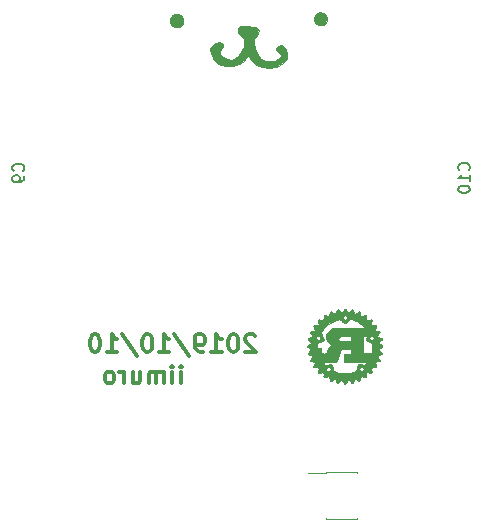
<source format=gbo>
G04 #@! TF.GenerationSoftware,KiCad,Pcbnew,(5.0.1-3-g963ef8bb5)*
G04 #@! TF.CreationDate,2019-10-10T01:43:39+09:00*
G04 #@! TF.ProjectId,mouse_v2,6D6F7573655F76322E6B696361645F70,rev?*
G04 #@! TF.SameCoordinates,Original*
G04 #@! TF.FileFunction,Legend,Bot*
G04 #@! TF.FilePolarity,Positive*
%FSLAX46Y46*%
G04 Gerber Fmt 4.6, Leading zero omitted, Abs format (unit mm)*
G04 Created by KiCad (PCBNEW (5.0.1-3-g963ef8bb5)) date 2019年10月10日 木曜日 01:43:39*
%MOMM*%
%LPD*%
G01*
G04 APERTURE LIST*
%ADD10C,0.300000*%
%ADD11C,0.120000*%
%ADD12C,0.010000*%
%ADD13C,0.150000*%
G04 APERTURE END LIST*
D10*
X145668571Y-129828571D02*
X145668571Y-128828571D01*
X145668571Y-128328571D02*
X145740000Y-128400000D01*
X145668571Y-128471428D01*
X145597142Y-128400000D01*
X145668571Y-128328571D01*
X145668571Y-128471428D01*
X144954285Y-129828571D02*
X144954285Y-128828571D01*
X144954285Y-128328571D02*
X145025714Y-128400000D01*
X144954285Y-128471428D01*
X144882857Y-128400000D01*
X144954285Y-128328571D01*
X144954285Y-128471428D01*
X144240000Y-129828571D02*
X144240000Y-128828571D01*
X144240000Y-128971428D02*
X144168571Y-128900000D01*
X144025714Y-128828571D01*
X143811428Y-128828571D01*
X143668571Y-128900000D01*
X143597142Y-129042857D01*
X143597142Y-129828571D01*
X143597142Y-129042857D02*
X143525714Y-128900000D01*
X143382857Y-128828571D01*
X143168571Y-128828571D01*
X143025714Y-128900000D01*
X142954285Y-129042857D01*
X142954285Y-129828571D01*
X141597142Y-128828571D02*
X141597142Y-129828571D01*
X142240000Y-128828571D02*
X142240000Y-129614285D01*
X142168571Y-129757142D01*
X142025714Y-129828571D01*
X141811428Y-129828571D01*
X141668571Y-129757142D01*
X141597142Y-129685714D01*
X140882857Y-129828571D02*
X140882857Y-128828571D01*
X140882857Y-129114285D02*
X140811428Y-128971428D01*
X140740000Y-128900000D01*
X140597142Y-128828571D01*
X140454285Y-128828571D01*
X139740000Y-129828571D02*
X139882857Y-129757142D01*
X139954285Y-129685714D01*
X140025714Y-129542857D01*
X140025714Y-129114285D01*
X139954285Y-128971428D01*
X139882857Y-128900000D01*
X139740000Y-128828571D01*
X139525714Y-128828571D01*
X139382857Y-128900000D01*
X139311428Y-128971428D01*
X139240000Y-129114285D01*
X139240000Y-129542857D01*
X139311428Y-129685714D01*
X139382857Y-129757142D01*
X139525714Y-129828571D01*
X139740000Y-129828571D01*
X151980000Y-125821428D02*
X151908571Y-125750000D01*
X151765714Y-125678571D01*
X151408571Y-125678571D01*
X151265714Y-125750000D01*
X151194285Y-125821428D01*
X151122857Y-125964285D01*
X151122857Y-126107142D01*
X151194285Y-126321428D01*
X152051428Y-127178571D01*
X151122857Y-127178571D01*
X150194285Y-125678571D02*
X150051428Y-125678571D01*
X149908571Y-125750000D01*
X149837142Y-125821428D01*
X149765714Y-125964285D01*
X149694285Y-126250000D01*
X149694285Y-126607142D01*
X149765714Y-126892857D01*
X149837142Y-127035714D01*
X149908571Y-127107142D01*
X150051428Y-127178571D01*
X150194285Y-127178571D01*
X150337142Y-127107142D01*
X150408571Y-127035714D01*
X150480000Y-126892857D01*
X150551428Y-126607142D01*
X150551428Y-126250000D01*
X150480000Y-125964285D01*
X150408571Y-125821428D01*
X150337142Y-125750000D01*
X150194285Y-125678571D01*
X148265714Y-127178571D02*
X149122857Y-127178571D01*
X148694285Y-127178571D02*
X148694285Y-125678571D01*
X148837142Y-125892857D01*
X148980000Y-126035714D01*
X149122857Y-126107142D01*
X147551428Y-127178571D02*
X147265714Y-127178571D01*
X147122857Y-127107142D01*
X147051428Y-127035714D01*
X146908571Y-126821428D01*
X146837142Y-126535714D01*
X146837142Y-125964285D01*
X146908571Y-125821428D01*
X146980000Y-125750000D01*
X147122857Y-125678571D01*
X147408571Y-125678571D01*
X147551428Y-125750000D01*
X147622857Y-125821428D01*
X147694285Y-125964285D01*
X147694285Y-126321428D01*
X147622857Y-126464285D01*
X147551428Y-126535714D01*
X147408571Y-126607142D01*
X147122857Y-126607142D01*
X146980000Y-126535714D01*
X146908571Y-126464285D01*
X146837142Y-126321428D01*
X145122857Y-125607142D02*
X146408571Y-127535714D01*
X143837142Y-127178571D02*
X144694285Y-127178571D01*
X144265714Y-127178571D02*
X144265714Y-125678571D01*
X144408571Y-125892857D01*
X144551428Y-126035714D01*
X144694285Y-126107142D01*
X142908571Y-125678571D02*
X142765714Y-125678571D01*
X142622857Y-125750000D01*
X142551428Y-125821428D01*
X142480000Y-125964285D01*
X142408571Y-126250000D01*
X142408571Y-126607142D01*
X142480000Y-126892857D01*
X142551428Y-127035714D01*
X142622857Y-127107142D01*
X142765714Y-127178571D01*
X142908571Y-127178571D01*
X143051428Y-127107142D01*
X143122857Y-127035714D01*
X143194285Y-126892857D01*
X143265714Y-126607142D01*
X143265714Y-126250000D01*
X143194285Y-125964285D01*
X143122857Y-125821428D01*
X143051428Y-125750000D01*
X142908571Y-125678571D01*
X140694285Y-125607142D02*
X141980000Y-127535714D01*
X139408571Y-127178571D02*
X140265714Y-127178571D01*
X139837142Y-127178571D02*
X139837142Y-125678571D01*
X139980000Y-125892857D01*
X140122857Y-126035714D01*
X140265714Y-126107142D01*
X138480000Y-125678571D02*
X138337142Y-125678571D01*
X138194285Y-125750000D01*
X138122857Y-125821428D01*
X138051428Y-125964285D01*
X137980000Y-126250000D01*
X137980000Y-126607142D01*
X138051428Y-126892857D01*
X138122857Y-127035714D01*
X138194285Y-127107142D01*
X138337142Y-127178571D01*
X138480000Y-127178571D01*
X138622857Y-127107142D01*
X138694285Y-127035714D01*
X138765714Y-126892857D01*
X138837142Y-126607142D01*
X138837142Y-126250000D01*
X138765714Y-125964285D01*
X138694285Y-125821428D01*
X138622857Y-125750000D01*
X138480000Y-125678571D01*
D11*
G04 #@! TO.C,*
X160600000Y-137345000D02*
X157940000Y-137345000D01*
X157940000Y-137345000D02*
X157940000Y-137405000D01*
X157940000Y-141215000D02*
X157940000Y-141275000D01*
X160600000Y-141275000D02*
X157940000Y-141275000D01*
X160600000Y-137345000D02*
X160600000Y-137405000D01*
X160600000Y-141215000D02*
X160600000Y-141275000D01*
X157940000Y-137405000D02*
X156480000Y-137405000D01*
D12*
G04 #@! TO.C,G\002A\002A\002A*
G36*
X159529092Y-123514604D02*
X159510141Y-123525934D01*
X159485209Y-123553117D01*
X159452513Y-123598406D01*
X159410266Y-123664056D01*
X159408508Y-123666887D01*
X159369289Y-123728640D01*
X159339613Y-123771404D01*
X159316796Y-123798453D01*
X159298152Y-123813060D01*
X159284646Y-123817948D01*
X159254456Y-123820685D01*
X159236955Y-123818122D01*
X159223544Y-123806654D01*
X159197109Y-123780189D01*
X159161511Y-123742704D01*
X159121850Y-123699548D01*
X159065525Y-123640010D01*
X159020654Y-123599455D01*
X158984196Y-123576012D01*
X158953108Y-123567805D01*
X158924349Y-123572964D01*
X158919563Y-123574995D01*
X158903753Y-123583639D01*
X158890329Y-123596082D01*
X158877176Y-123616295D01*
X158862181Y-123648247D01*
X158843229Y-123695908D01*
X158818208Y-123763248D01*
X158815754Y-123769950D01*
X158792291Y-123833119D01*
X158774709Y-123876407D01*
X158760470Y-123903893D01*
X158747039Y-123919662D01*
X158731878Y-123927795D01*
X158715131Y-123931869D01*
X158696260Y-123930697D01*
X158669186Y-123919923D01*
X158630618Y-123897760D01*
X158577262Y-123862420D01*
X158542272Y-123838025D01*
X158488117Y-123801214D01*
X158439246Y-123770523D01*
X158400355Y-123748725D01*
X158376139Y-123738589D01*
X158373149Y-123738199D01*
X158337022Y-123749716D01*
X158305673Y-123779676D01*
X158285786Y-123821196D01*
X158283782Y-123830224D01*
X158278435Y-123860603D01*
X158270154Y-123908187D01*
X158260298Y-123965149D01*
X158254622Y-123998085D01*
X158243873Y-124056869D01*
X158234559Y-124095746D01*
X158224695Y-124119976D01*
X158212295Y-124134821D01*
X158199900Y-124143093D01*
X158184816Y-124150096D01*
X158168704Y-124152234D01*
X158146933Y-124148296D01*
X158114873Y-124137074D01*
X158067893Y-124117359D01*
X158019320Y-124095932D01*
X157942780Y-124063366D01*
X157884802Y-124042649D01*
X157841800Y-124033197D01*
X157810190Y-124034424D01*
X157786386Y-124045746D01*
X157775270Y-124056120D01*
X157765781Y-124069297D01*
X157759420Y-124087112D01*
X157755721Y-124114150D01*
X157754218Y-124154993D01*
X157754443Y-124214226D01*
X157755095Y-124254213D01*
X157756000Y-124325503D01*
X157755349Y-124375902D01*
X157752715Y-124409895D01*
X157747671Y-124431967D01*
X157739793Y-124446601D01*
X157736425Y-124450643D01*
X157722798Y-124463515D01*
X157707035Y-124470947D01*
X157684634Y-124472773D01*
X157651094Y-124468823D01*
X157601915Y-124458930D01*
X157533120Y-124443049D01*
X157457262Y-124425994D01*
X157401673Y-124416005D01*
X157362270Y-124412928D01*
X157334968Y-124416608D01*
X157315686Y-124426892D01*
X157307719Y-124434525D01*
X157295354Y-124453007D01*
X157288988Y-124477307D01*
X157288824Y-124511410D01*
X157295067Y-124559298D01*
X157307921Y-124624956D01*
X157320371Y-124681034D01*
X157336007Y-124750899D01*
X157344545Y-124802267D01*
X157343236Y-124837982D01*
X157329334Y-124860886D01*
X157300091Y-124873822D01*
X157252759Y-124879632D01*
X157184591Y-124881158D01*
X157126889Y-124881200D01*
X157052202Y-124881689D01*
X156998874Y-124883422D01*
X156962880Y-124886798D01*
X156940193Y-124892217D01*
X156926788Y-124900076D01*
X156925677Y-124901138D01*
X156908360Y-124922581D01*
X156900020Y-124946487D01*
X156901305Y-124976980D01*
X156912861Y-125018188D01*
X156935339Y-125074237D01*
X156962209Y-125133813D01*
X156990918Y-125196486D01*
X157009964Y-125240728D01*
X157020611Y-125271035D01*
X157024122Y-125291904D01*
X157021761Y-125307834D01*
X157015235Y-125322482D01*
X157006288Y-125336826D01*
X156993866Y-125347719D01*
X156973551Y-125356650D01*
X156940928Y-125365108D01*
X156891581Y-125374583D01*
X156829338Y-125385192D01*
X156740060Y-125401885D01*
X156675034Y-125419770D01*
X156633155Y-125441472D01*
X156613315Y-125469613D01*
X156614408Y-125506818D01*
X156635326Y-125555710D01*
X156674964Y-125618915D01*
X156709875Y-125668407D01*
X156750209Y-125725205D01*
X156777122Y-125766155D01*
X156792797Y-125795452D01*
X156799417Y-125817290D01*
X156799165Y-125835865D01*
X156798609Y-125838931D01*
X156792363Y-125866366D01*
X156787935Y-125879498D01*
X156775519Y-125884861D01*
X156743781Y-125897290D01*
X156697223Y-125915051D01*
X156640352Y-125936414D01*
X156627102Y-125941351D01*
X156566934Y-125964871D01*
X156514723Y-125987394D01*
X156475534Y-126006585D01*
X156454427Y-126020109D01*
X156453039Y-126021626D01*
X156440626Y-126050275D01*
X156436204Y-126080293D01*
X156439004Y-126098419D01*
X156449630Y-126119141D01*
X156470834Y-126145869D01*
X156505367Y-126182016D01*
X156555981Y-126230995D01*
X156563441Y-126238063D01*
X156623225Y-126295453D01*
X156664080Y-126339591D01*
X156685636Y-126374562D01*
X156687522Y-126404454D01*
X156669371Y-126433354D01*
X156630811Y-126465350D01*
X156571473Y-126504529D01*
X156537400Y-126525900D01*
X156461958Y-126575038D01*
X156409275Y-126615902D01*
X156379362Y-126651416D01*
X156372231Y-126684505D01*
X156387890Y-126718092D01*
X156426352Y-126755102D01*
X156487627Y-126798461D01*
X156538507Y-126830698D01*
X156607198Y-126874012D01*
X156655010Y-126908511D01*
X156682293Y-126938237D01*
X156689399Y-126967231D01*
X156676676Y-126999535D01*
X156644476Y-127039189D01*
X156593149Y-127090235D01*
X156563441Y-127118436D01*
X156501036Y-127179847D01*
X156458516Y-127229431D01*
X156436571Y-127269848D01*
X156435893Y-127303761D01*
X156457171Y-127333832D01*
X156501096Y-127362720D01*
X156568357Y-127393089D01*
X156641947Y-127421159D01*
X156703969Y-127444169D01*
X156746172Y-127461211D01*
X156772678Y-127474799D01*
X156787610Y-127487447D01*
X156795090Y-127501669D01*
X156798639Y-127516719D01*
X156800340Y-127535934D01*
X156796338Y-127555975D01*
X156784383Y-127581213D01*
X156762223Y-127616021D01*
X156727605Y-127664771D01*
X156709968Y-127688878D01*
X156661906Y-127757415D01*
X156630504Y-127810733D01*
X156614806Y-127851909D01*
X156613855Y-127884022D01*
X156626694Y-127910149D01*
X156637623Y-127921603D01*
X156663246Y-127934360D01*
X156712576Y-127948412D01*
X156783981Y-127963335D01*
X156829338Y-127971307D01*
X156897549Y-127982992D01*
X156945054Y-127992336D01*
X156976260Y-128000812D01*
X156995571Y-128009893D01*
X157007393Y-128021054D01*
X157014886Y-128033350D01*
X157021460Y-128048594D01*
X157023331Y-128064834D01*
X157019243Y-128086550D01*
X157007940Y-128118217D01*
X156988167Y-128164313D01*
X156961912Y-128222228D01*
X156930303Y-128293658D01*
X156910037Y-128346816D01*
X156900473Y-128385823D01*
X156900971Y-128414803D01*
X156910888Y-128437878D01*
X156925677Y-128455361D01*
X156938285Y-128463522D01*
X156959718Y-128469197D01*
X156994004Y-128472785D01*
X157045167Y-128474684D01*
X157117235Y-128475294D01*
X157126889Y-128475300D01*
X157210305Y-128475556D01*
X157271072Y-128478222D01*
X157311938Y-128486138D01*
X157335651Y-128502148D01*
X157344958Y-128529093D01*
X157342606Y-128569818D01*
X157331344Y-128627163D01*
X157320371Y-128675465D01*
X157302721Y-128756755D01*
X157292042Y-128817425D01*
X157288175Y-128861235D01*
X157290964Y-128891944D01*
X157300250Y-128913311D01*
X157309926Y-128924181D01*
X157328382Y-128936759D01*
X157351984Y-128942980D01*
X157385080Y-128942632D01*
X157432016Y-128935505D01*
X157497141Y-128921387D01*
X157530366Y-128913466D01*
X157600387Y-128897031D01*
X157650380Y-128887121D01*
X157684818Y-128883569D01*
X157708179Y-128886210D01*
X157724936Y-128894879D01*
X157736425Y-128905856D01*
X157745355Y-128918995D01*
X157751306Y-128938060D01*
X157754704Y-128967536D01*
X157755976Y-129011907D01*
X157755547Y-129075657D01*
X157755095Y-129102286D01*
X157754150Y-129173004D01*
X157754688Y-129222927D01*
X157757177Y-129256638D01*
X157762082Y-129278721D01*
X157769871Y-129293761D01*
X157775270Y-129300379D01*
X157796125Y-129316963D01*
X157822665Y-129323855D01*
X157858496Y-129320465D01*
X157907224Y-129306199D01*
X157972452Y-129280463D01*
X158018533Y-129260375D01*
X158079933Y-129233331D01*
X158122897Y-129215703D01*
X158152058Y-129206283D01*
X158172052Y-129203863D01*
X158187513Y-129207234D01*
X158199557Y-129213192D01*
X158213547Y-129222804D01*
X158224345Y-129236606D01*
X158233449Y-129259066D01*
X158242361Y-129294651D01*
X158252578Y-129347830D01*
X158261065Y-129396492D01*
X158273465Y-129465814D01*
X158283858Y-129514698D01*
X158293737Y-129547864D01*
X158304592Y-129570032D01*
X158317913Y-129585923D01*
X158322098Y-129589725D01*
X158351385Y-129609488D01*
X158377432Y-129618272D01*
X158378493Y-129618300D01*
X158397138Y-129611186D01*
X158431606Y-129591707D01*
X158477335Y-129562657D01*
X158529767Y-129526826D01*
X158541824Y-129518258D01*
X158602635Y-129475687D01*
X158647189Y-129447079D01*
X158679038Y-129430498D01*
X158701734Y-129424006D01*
X158714002Y-129424414D01*
X158732181Y-129428855D01*
X158746680Y-129436756D01*
X158759735Y-129451894D01*
X158773586Y-129478046D01*
X158790469Y-129518987D01*
X158812624Y-129578496D01*
X158824191Y-129610355D01*
X158847849Y-129674181D01*
X158865982Y-129718199D01*
X158880991Y-129746732D01*
X158895278Y-129764102D01*
X158911246Y-129774633D01*
X158916885Y-129777173D01*
X158946448Y-129785687D01*
X158974932Y-129783510D01*
X159005920Y-129768539D01*
X159042995Y-129738673D01*
X159089742Y-129691811D01*
X159121850Y-129656951D01*
X159162650Y-129612575D01*
X159198034Y-129575357D01*
X159224142Y-129549275D01*
X159236955Y-129538377D01*
X159258691Y-129535820D01*
X159284474Y-129538518D01*
X159302358Y-129546023D01*
X159322413Y-129563991D01*
X159347431Y-129595771D01*
X159380203Y-129644710D01*
X159402502Y-129680085D01*
X159443041Y-129744253D01*
X159473828Y-129789636D01*
X159497865Y-129819412D01*
X159518153Y-129836762D01*
X159537694Y-129844864D01*
X159559490Y-129846899D01*
X159560000Y-129846900D01*
X159593374Y-129840972D01*
X159613365Y-129831025D01*
X159627598Y-129814477D01*
X159651663Y-129780993D01*
X159682251Y-129735373D01*
X159716049Y-129682414D01*
X159717499Y-129680085D01*
X159755715Y-129620301D01*
X159784645Y-129579515D01*
X159807080Y-129554378D01*
X159825810Y-129541543D01*
X159835527Y-129538518D01*
X159865663Y-129535807D01*
X159883046Y-129538377D01*
X159896457Y-129549845D01*
X159922892Y-129576310D01*
X159958490Y-129613795D01*
X159998150Y-129656951D01*
X160051960Y-129714367D01*
X160094070Y-129753596D01*
X160128064Y-129776741D01*
X160157526Y-129785902D01*
X160186038Y-129783183D01*
X160203116Y-129777173D01*
X160220087Y-129767880D01*
X160234637Y-129753081D01*
X160249167Y-129728453D01*
X160266080Y-129689674D01*
X160287777Y-129632420D01*
X160295810Y-129610355D01*
X160320884Y-129541806D01*
X160339736Y-129493430D01*
X160354603Y-129461451D01*
X160367723Y-129442090D01*
X160381334Y-129431573D01*
X160397675Y-129426122D01*
X160405999Y-129424414D01*
X160424425Y-129425031D01*
X160449534Y-129434392D01*
X160484878Y-129454433D01*
X160534010Y-129487090D01*
X160578177Y-129518258D01*
X160631955Y-129555300D01*
X160680600Y-129586142D01*
X160719381Y-129607969D01*
X160743566Y-129617966D01*
X160746353Y-129618300D01*
X160775106Y-129612943D01*
X160798549Y-129594968D01*
X160818127Y-129561514D01*
X160835283Y-129509721D01*
X160851462Y-129436728D01*
X160858972Y-129395251D01*
X160870973Y-129327783D01*
X160880646Y-129280935D01*
X160889507Y-129250220D01*
X160899071Y-129231150D01*
X160910853Y-129219237D01*
X160920444Y-129213192D01*
X160935599Y-129206102D01*
X160951630Y-129203851D01*
X160973170Y-129207645D01*
X161004854Y-129218694D01*
X161051317Y-129238206D01*
X161101468Y-129260375D01*
X161177747Y-129292932D01*
X161235465Y-129313681D01*
X161278225Y-129323215D01*
X161309634Y-129322127D01*
X161333297Y-129311010D01*
X161344731Y-129300379D01*
X161354220Y-129287202D01*
X161360581Y-129269387D01*
X161364280Y-129242349D01*
X161365783Y-129201506D01*
X161365558Y-129142273D01*
X161364906Y-129102286D01*
X161363965Y-129018167D01*
X161366754Y-128956865D01*
X161376337Y-128915806D01*
X161395780Y-128892415D01*
X161428144Y-128884117D01*
X161476496Y-128888339D01*
X161543898Y-128902505D01*
X161589635Y-128913466D01*
X161665074Y-128930792D01*
X161720337Y-128940770D01*
X161759516Y-128943559D01*
X161786699Y-128939313D01*
X161805979Y-128928190D01*
X161812282Y-128921974D01*
X161824647Y-128903492D01*
X161831013Y-128879192D01*
X161831177Y-128845089D01*
X161824934Y-128797201D01*
X161812080Y-128731543D01*
X161799630Y-128675465D01*
X161783994Y-128605600D01*
X161782177Y-128594668D01*
X161157629Y-128594668D01*
X161155864Y-128653971D01*
X161133555Y-128709803D01*
X161107004Y-128742256D01*
X161047836Y-128784570D01*
X160985251Y-128802244D01*
X160920728Y-128794945D01*
X160902025Y-128788176D01*
X160865611Y-128766313D01*
X160831046Y-128735595D01*
X160827308Y-128731331D01*
X160794602Y-128676099D01*
X160783801Y-128618862D01*
X160792044Y-128563252D01*
X160816470Y-128512902D01*
X160854216Y-128471441D01*
X160902422Y-128442502D01*
X160958226Y-128429717D01*
X161018767Y-128436717D01*
X161049938Y-128448780D01*
X161103639Y-128486789D01*
X161139878Y-128537180D01*
X161157629Y-128594668D01*
X161782177Y-128594668D01*
X161775456Y-128554232D01*
X161776765Y-128518517D01*
X161790667Y-128495613D01*
X161819910Y-128482677D01*
X161867242Y-128476867D01*
X161935410Y-128475341D01*
X161993112Y-128475300D01*
X162082469Y-128474055D01*
X162148229Y-128468533D01*
X162192144Y-128456052D01*
X162215965Y-128433930D01*
X162221446Y-128399484D01*
X162210338Y-128350032D01*
X162184393Y-128282893D01*
X162157930Y-128223022D01*
X162129583Y-128159669D01*
X162110768Y-128114853D01*
X162100245Y-128084109D01*
X162096772Y-128062970D01*
X162099109Y-128046971D01*
X162102868Y-128038463D01*
X161426900Y-128038463D01*
X161419243Y-128050878D01*
X161399006Y-128077495D01*
X161370291Y-128113367D01*
X161337201Y-128153541D01*
X161303838Y-128193069D01*
X161274303Y-128227000D01*
X161252700Y-128250384D01*
X161246141Y-128256586D01*
X161232279Y-128260732D01*
X161204557Y-128259868D01*
X161160179Y-128253618D01*
X161096353Y-128241606D01*
X161026412Y-128226947D01*
X160955627Y-128212095D01*
X160891531Y-128199410D01*
X160839128Y-128189825D01*
X160803423Y-128184271D01*
X160791900Y-128183261D01*
X160751334Y-128192709D01*
X160707253Y-128216668D01*
X160670465Y-128248668D01*
X160660403Y-128261968D01*
X160651669Y-128283728D01*
X160639171Y-128325631D01*
X160624169Y-128382920D01*
X160607925Y-128450840D01*
X160595436Y-128507050D01*
X160579866Y-128579105D01*
X160565783Y-128643513D01*
X160554192Y-128695735D01*
X160546099Y-128731237D01*
X160542838Y-128744479D01*
X160526939Y-128761092D01*
X160489868Y-128781805D01*
X160435306Y-128805456D01*
X160366932Y-128830888D01*
X160288424Y-128856941D01*
X160203461Y-128882455D01*
X160115724Y-128906272D01*
X160028890Y-128927231D01*
X159946640Y-128944175D01*
X159872651Y-128955942D01*
X159871150Y-128956133D01*
X159799864Y-128962602D01*
X159711264Y-128966753D01*
X159612110Y-128968631D01*
X159509165Y-128968281D01*
X159409190Y-128965749D01*
X159318947Y-128961079D01*
X159245197Y-128954316D01*
X159227007Y-128951842D01*
X159157302Y-128940103D01*
X159081697Y-128925433D01*
X159013864Y-128910530D01*
X158998407Y-128906753D01*
X158925612Y-128887100D01*
X158851290Y-128864727D01*
X158779459Y-128841105D01*
X158714139Y-128817706D01*
X158659348Y-128795999D01*
X158619106Y-128777456D01*
X158597431Y-128763549D01*
X158594800Y-128759034D01*
X158591919Y-128736979D01*
X158584058Y-128695545D01*
X158572398Y-128639841D01*
X158565721Y-128609513D01*
X158354169Y-128609513D01*
X158349095Y-128672179D01*
X158342293Y-128693548D01*
X158316349Y-128735454D01*
X158275973Y-128774434D01*
X158231314Y-128801159D01*
X158221478Y-128804599D01*
X158157305Y-128810442D01*
X158090837Y-128791705D01*
X158064268Y-128777503D01*
X158019146Y-128736860D01*
X157992694Y-128684860D01*
X157984523Y-128626937D01*
X157994242Y-128568525D01*
X158021464Y-128515057D01*
X158065798Y-128471968D01*
X158087054Y-128459444D01*
X158148651Y-128440734D01*
X158208309Y-128443999D01*
X158262359Y-128465874D01*
X158307132Y-128502995D01*
X158338958Y-128551997D01*
X158354169Y-128609513D01*
X158565721Y-128609513D01*
X158558116Y-128574976D01*
X158542391Y-128506059D01*
X158526400Y-128438199D01*
X158511322Y-128376505D01*
X158498335Y-128326087D01*
X158488617Y-128292053D01*
X158484575Y-128281063D01*
X158451081Y-128239928D01*
X158402494Y-128209813D01*
X158348569Y-128196470D01*
X158340800Y-128196270D01*
X158313095Y-128199040D01*
X158266135Y-128206495D01*
X158205423Y-128217649D01*
X158136463Y-128231519D01*
X158099500Y-128239407D01*
X158025089Y-128255404D01*
X157971402Y-128266158D01*
X157934401Y-128272070D01*
X157910047Y-128273541D01*
X157894299Y-128270973D01*
X157883119Y-128264767D01*
X157878968Y-128261309D01*
X157860321Y-128242384D01*
X157832344Y-128211205D01*
X157799098Y-128172642D01*
X157764642Y-128131562D01*
X157733037Y-128092833D01*
X157708342Y-128061322D01*
X157694618Y-128041899D01*
X157693100Y-128038463D01*
X157705353Y-128036794D01*
X157740320Y-128035250D01*
X157795317Y-128033871D01*
X157867659Y-128032699D01*
X157954660Y-128031774D01*
X158053636Y-128031135D01*
X158161902Y-128030824D01*
X158202356Y-128030800D01*
X158335742Y-128030801D01*
X158446311Y-128030537D01*
X158536647Y-128029607D01*
X158609332Y-128027607D01*
X158666951Y-128024137D01*
X158712086Y-128018793D01*
X158747320Y-128011175D01*
X158775237Y-128000880D01*
X158798419Y-127987506D01*
X158819450Y-127970651D01*
X158840913Y-127949913D01*
X158862225Y-127928117D01*
X158903248Y-127882062D01*
X158938506Y-127832182D01*
X158969310Y-127775111D01*
X158996970Y-127707481D01*
X159022797Y-127625924D01*
X159048103Y-127527072D01*
X159074197Y-127407559D01*
X159084260Y-127357700D01*
X159110605Y-127241748D01*
X159139997Y-127148012D01*
X159174232Y-127073334D01*
X159215105Y-127014562D01*
X159264412Y-126968539D01*
X159323949Y-126932112D01*
X159327533Y-126930335D01*
X159401250Y-126894171D01*
X159744150Y-126894160D01*
X160087050Y-126894150D01*
X160087050Y-127313250D01*
X159496500Y-127320068D01*
X159496500Y-128030800D01*
X160461700Y-128030800D01*
X160615780Y-128030898D01*
X160762265Y-128031182D01*
X160899205Y-128031637D01*
X161024649Y-128032248D01*
X161136648Y-128032998D01*
X161233250Y-128033872D01*
X161312506Y-128034855D01*
X161372464Y-128035932D01*
X161411176Y-128037086D01*
X161426689Y-128038302D01*
X161426900Y-128038463D01*
X162102868Y-128038463D01*
X162105191Y-128033206D01*
X162114100Y-128019153D01*
X162126787Y-128008413D01*
X162147655Y-127999516D01*
X162181109Y-127990993D01*
X162231552Y-127981374D01*
X162290663Y-127971307D01*
X162372911Y-127956097D01*
X162433934Y-127941539D01*
X162472101Y-127928055D01*
X162482378Y-127921603D01*
X162501571Y-127897273D01*
X162507440Y-127868453D01*
X162499026Y-127832065D01*
X162475374Y-127785031D01*
X162435526Y-127724272D01*
X162410033Y-127688878D01*
X162369863Y-127633403D01*
X162343042Y-127593601D01*
X162327317Y-127565098D01*
X162320438Y-127543523D01*
X162320151Y-127524504D01*
X162321362Y-127516719D01*
X162325764Y-127499220D01*
X162334145Y-127485413D01*
X162350628Y-127472784D01*
X162379335Y-127458818D01*
X162424388Y-127441002D01*
X162478054Y-127421159D01*
X162555759Y-127391341D01*
X162611999Y-127365949D01*
X162649845Y-127342837D01*
X162672368Y-127319861D01*
X162682639Y-127294876D01*
X162684200Y-127277167D01*
X162681347Y-127258782D01*
X162670932Y-127238118D01*
X162650174Y-127211716D01*
X162616290Y-127176115D01*
X162566499Y-127127858D01*
X162556560Y-127118436D01*
X162496602Y-127060842D01*
X162455615Y-127016488D01*
X162433964Y-126981322D01*
X162432016Y-126951295D01*
X162450136Y-126922353D01*
X162488690Y-126890446D01*
X162548044Y-126851522D01*
X162582600Y-126830041D01*
X162657978Y-126781395D01*
X162710647Y-126740883D01*
X162740596Y-126705586D01*
X162747818Y-126672589D01*
X162732302Y-126638974D01*
X162694038Y-126601824D01*
X162640967Y-126563903D01*
X161883158Y-126563903D01*
X161882496Y-126634814D01*
X161880863Y-126712835D01*
X161880828Y-126714147D01*
X161874955Y-126843290D01*
X161864738Y-126965290D01*
X161850744Y-127075905D01*
X161833538Y-127170891D01*
X161813686Y-127246004D01*
X161807608Y-127263219D01*
X161795829Y-127294200D01*
X161134800Y-127294200D01*
X161134800Y-126040520D01*
X160093400Y-126040520D01*
X160092856Y-126110865D01*
X160091350Y-126172205D01*
X160089075Y-126220085D01*
X160086222Y-126250049D01*
X160084052Y-126257914D01*
X160069559Y-126260023D01*
X160032691Y-126261727D01*
X159976473Y-126262990D01*
X159903926Y-126263774D01*
X159818075Y-126264044D01*
X159721943Y-126263762D01*
X159649077Y-126263206D01*
X159223450Y-126259150D01*
X159147250Y-126221050D01*
X159080921Y-126180225D01*
X159038634Y-126135330D01*
X159019132Y-126084584D01*
X159019037Y-126038993D01*
X159034510Y-125980894D01*
X159066046Y-125933805D01*
X159117559Y-125892631D01*
X159143141Y-125877502D01*
X159210750Y-125840050D01*
X160093400Y-125832474D01*
X160093400Y-126040520D01*
X161134800Y-126040520D01*
X161134800Y-125808300D01*
X161293550Y-125808300D01*
X161361761Y-125808837D01*
X161408151Y-125810712D01*
X161436284Y-125814320D01*
X161449722Y-125820058D01*
X161452300Y-125825924D01*
X161447133Y-125845379D01*
X161433489Y-125880506D01*
X161414157Y-125924211D01*
X161411113Y-125930699D01*
X161379815Y-126012798D01*
X161369773Y-126082454D01*
X161380911Y-126141008D01*
X161397444Y-126170972D01*
X161413246Y-126187890D01*
X161439051Y-126206625D01*
X161477914Y-126228859D01*
X161532890Y-126256274D01*
X161607035Y-126290551D01*
X161648427Y-126309088D01*
X161727940Y-126344858D01*
X161786998Y-126372597D01*
X161828611Y-126394003D01*
X161855787Y-126410773D01*
X161871533Y-126424606D01*
X161878860Y-126437199D01*
X161879529Y-126439512D01*
X161881652Y-126461683D01*
X161882869Y-126504669D01*
X161883158Y-126563903D01*
X162640967Y-126563903D01*
X162633017Y-126558223D01*
X162581597Y-126525323D01*
X162513020Y-126481702D01*
X162465307Y-126447065D01*
X162438103Y-126417331D01*
X162431052Y-126388422D01*
X162443797Y-126356261D01*
X162475985Y-126316769D01*
X162527259Y-126265867D01*
X162556560Y-126238063D01*
X162609339Y-126187273D01*
X162645699Y-126149733D01*
X162668392Y-126122031D01*
X162680169Y-126100756D01*
X162683782Y-126082495D01*
X162683797Y-126080293D01*
X162677954Y-126045322D01*
X162666962Y-126021626D01*
X162649306Y-126009255D01*
X162612737Y-125990834D01*
X162590049Y-125980873D01*
X162011680Y-125980873D01*
X161995448Y-126036371D01*
X161963880Y-126084370D01*
X161920161Y-126121330D01*
X161867480Y-126143712D01*
X161809021Y-126147977D01*
X161747972Y-126130584D01*
X161744654Y-126128955D01*
X161693328Y-126090040D01*
X161658872Y-126036846D01*
X161643030Y-125975499D01*
X161647546Y-125912124D01*
X161668510Y-125861536D01*
X161699631Y-125827565D01*
X161744814Y-125797170D01*
X161793511Y-125776396D01*
X161826950Y-125770757D01*
X161871119Y-125779923D01*
X161919945Y-125803391D01*
X161962881Y-125835118D01*
X161985391Y-125861536D01*
X162009390Y-125921414D01*
X162011680Y-125980873D01*
X162590049Y-125980873D01*
X162562317Y-125968698D01*
X162503107Y-125945182D01*
X162492899Y-125941351D01*
X162434386Y-125919436D01*
X162385210Y-125900747D01*
X162349877Y-125887015D01*
X162332890Y-125879974D01*
X162332066Y-125879498D01*
X162327582Y-125866156D01*
X162321392Y-125838931D01*
X162320208Y-125820492D01*
X162325534Y-125799487D01*
X162339552Y-125771722D01*
X162364445Y-125733000D01*
X162402395Y-125679129D01*
X162410126Y-125668407D01*
X162461230Y-125594600D01*
X162494328Y-125536793D01*
X162508313Y-125492364D01*
X162502077Y-125458688D01*
X162474516Y-125433141D01*
X162424520Y-125413099D01*
X162350985Y-125395939D01*
X162290663Y-125385192D01*
X162222524Y-125373533D01*
X162175075Y-125364229D01*
X162143902Y-125355791D01*
X162124589Y-125346729D01*
X162112720Y-125335553D01*
X162104766Y-125322482D01*
X162098000Y-125307079D01*
X162095905Y-125291008D01*
X162099746Y-125269770D01*
X162110785Y-125238869D01*
X162130288Y-125193806D01*
X162157792Y-125133813D01*
X162168536Y-125109800D01*
X161292755Y-125109800D01*
X160033508Y-125109800D01*
X159820594Y-125109804D01*
X159631465Y-125109864D01*
X159464508Y-125110048D01*
X159318109Y-125110426D01*
X159190652Y-125111067D01*
X159080524Y-125112039D01*
X158986112Y-125113411D01*
X158905799Y-125115254D01*
X158837973Y-125117635D01*
X158781019Y-125120625D01*
X158733323Y-125124291D01*
X158693271Y-125128704D01*
X158659248Y-125133932D01*
X158629640Y-125140044D01*
X158602834Y-125147109D01*
X158577214Y-125155197D01*
X158551167Y-125164376D01*
X158523930Y-125174402D01*
X158407978Y-125227170D01*
X158297647Y-125296309D01*
X158197567Y-125377914D01*
X158112364Y-125468075D01*
X158046668Y-125562887D01*
X158032731Y-125589065D01*
X157984429Y-125710739D01*
X157961380Y-125830208D01*
X157963515Y-125947217D01*
X157990762Y-126061508D01*
X158043050Y-126172827D01*
X158120308Y-126280917D01*
X158222466Y-126385523D01*
X158263389Y-126420687D01*
X158310361Y-126458445D01*
X158352902Y-126490926D01*
X158385599Y-126514093D01*
X158400563Y-126523001D01*
X158422476Y-126535628D01*
X158429400Y-126543763D01*
X158419860Y-126554905D01*
X158395801Y-126575170D01*
X158377120Y-126589350D01*
X158315656Y-126641748D01*
X158253766Y-126707104D01*
X158198351Y-126777292D01*
X158156306Y-126844185D01*
X158149758Y-126857186D01*
X158129964Y-126905144D01*
X158108516Y-126967411D01*
X158088937Y-127033432D01*
X158081932Y-127060499D01*
X158065407Y-127127103D01*
X158052682Y-127173690D01*
X158041575Y-127204929D01*
X158029905Y-127225489D01*
X158015489Y-127240037D01*
X157996147Y-127253243D01*
X157990112Y-127256989D01*
X157912618Y-127292804D01*
X157831101Y-127305707D01*
X157741937Y-127296072D01*
X157704931Y-127286471D01*
X157635461Y-127254318D01*
X157578459Y-127205009D01*
X157539194Y-127143563D01*
X157530701Y-127120405D01*
X157523014Y-127081609D01*
X157517494Y-127028682D01*
X157515303Y-126972876D01*
X157515300Y-126971216D01*
X157514471Y-126909447D01*
X157509168Y-126867990D01*
X157495170Y-126842796D01*
X157468255Y-126829816D01*
X157424201Y-126825001D01*
X157362131Y-126824300D01*
X157235256Y-126824300D01*
X157242250Y-126427980D01*
X157470850Y-126327720D01*
X157566799Y-126285154D01*
X157642840Y-126248528D01*
X157700022Y-126214651D01*
X157739388Y-126180333D01*
X157761985Y-126142385D01*
X157768859Y-126097614D01*
X157761056Y-126042832D01*
X157746413Y-125996389D01*
X157498892Y-125996389D01*
X157485187Y-126040482D01*
X157448148Y-126099170D01*
X157397704Y-126137836D01*
X157337593Y-126155201D01*
X157271555Y-126149985D01*
X157221147Y-126130874D01*
X157171542Y-126091856D01*
X157138230Y-126036063D01*
X157127739Y-125997549D01*
X157125226Y-125957064D01*
X157134847Y-125918592D01*
X157148911Y-125888296D01*
X157189129Y-125834023D01*
X157240587Y-125799259D01*
X157298329Y-125784139D01*
X157357402Y-125788798D01*
X157412851Y-125813370D01*
X157459720Y-125857991D01*
X157473817Y-125879472D01*
X157498021Y-125939007D01*
X157498892Y-125996389D01*
X157746413Y-125996389D01*
X157739620Y-125974847D01*
X157705598Y-125890470D01*
X157660036Y-125786509D01*
X157653252Y-125771238D01*
X157537204Y-125510043D01*
X157561177Y-125468880D01*
X157626738Y-125367141D01*
X157708432Y-125257444D01*
X157801128Y-125145723D01*
X157899694Y-125037908D01*
X157998999Y-124939932D01*
X158080450Y-124868580D01*
X158265540Y-124732668D01*
X158466336Y-124613604D01*
X158677139Y-124514568D01*
X158796121Y-124469495D01*
X158874041Y-124443818D01*
X158949777Y-124421234D01*
X159018048Y-124403133D01*
X159073575Y-124390906D01*
X159111078Y-124385943D01*
X159113622Y-124385900D01*
X159127099Y-124389261D01*
X159146340Y-124400610D01*
X159173560Y-124421844D01*
X159210971Y-124454863D01*
X159260784Y-124501565D01*
X159325213Y-124563846D01*
X159354915Y-124592902D01*
X159420223Y-124653988D01*
X159473925Y-124696768D01*
X159519642Y-124723267D01*
X159560996Y-124735509D01*
X159601610Y-124735518D01*
X159608295Y-124734517D01*
X159627733Y-124729076D01*
X159649244Y-124717605D01*
X159675776Y-124697617D01*
X159710277Y-124666628D01*
X159755695Y-124622151D01*
X159814979Y-124561701D01*
X159822670Y-124553767D01*
X159990089Y-124380899D01*
X160076670Y-124397903D01*
X160154692Y-124416739D01*
X160247864Y-124444815D01*
X160348854Y-124479547D01*
X160450334Y-124518353D01*
X160544970Y-124558650D01*
X160582350Y-124576089D01*
X160761098Y-124673596D01*
X160936441Y-124791050D01*
X161101194Y-124923285D01*
X161216953Y-125032572D01*
X161292755Y-125109800D01*
X162168536Y-125109800D01*
X162189656Y-125062602D01*
X162210072Y-125009598D01*
X162219686Y-124970676D01*
X162219148Y-124941707D01*
X162209104Y-124918566D01*
X162194324Y-124901138D01*
X162181716Y-124892977D01*
X162160283Y-124887302D01*
X162125997Y-124883714D01*
X162074834Y-124881815D01*
X162002766Y-124881205D01*
X161993112Y-124881200D01*
X161909696Y-124880943D01*
X161848929Y-124878277D01*
X161808063Y-124870361D01*
X161784350Y-124854351D01*
X161775043Y-124827406D01*
X161777395Y-124786681D01*
X161788657Y-124729336D01*
X161799630Y-124681034D01*
X161817280Y-124599744D01*
X161827959Y-124539074D01*
X161831826Y-124495264D01*
X161829037Y-124464555D01*
X161819751Y-124443188D01*
X161810075Y-124432318D01*
X161792134Y-124419949D01*
X161769331Y-124413665D01*
X161737346Y-124413674D01*
X161691855Y-124420182D01*
X161628538Y-124433398D01*
X161586881Y-124443049D01*
X161517707Y-124459014D01*
X161468644Y-124468867D01*
X161435191Y-124472779D01*
X161412848Y-124470917D01*
X161397113Y-124463449D01*
X161383576Y-124450643D01*
X161374646Y-124437504D01*
X161368695Y-124418439D01*
X161365297Y-124388963D01*
X161364025Y-124344592D01*
X161364454Y-124280842D01*
X161364666Y-124268328D01*
X159755536Y-124268328D01*
X159741841Y-124326891D01*
X159713785Y-124377259D01*
X159700085Y-124391902D01*
X159643901Y-124426612D01*
X159579224Y-124440476D01*
X159512986Y-124432828D01*
X159469123Y-124414152D01*
X159441541Y-124390535D01*
X159414075Y-124355669D01*
X159407286Y-124344525D01*
X159386059Y-124283762D01*
X159387032Y-124222828D01*
X159407455Y-124166303D01*
X159444576Y-124118767D01*
X159495645Y-124084802D01*
X159557910Y-124068988D01*
X159573128Y-124068400D01*
X159630805Y-124080189D01*
X159684205Y-124112099D01*
X159726903Y-124158940D01*
X159751704Y-124212568D01*
X159755536Y-124268328D01*
X161364666Y-124268328D01*
X161364906Y-124254213D01*
X161365851Y-124183495D01*
X161365313Y-124133572D01*
X161362824Y-124099861D01*
X161357919Y-124077778D01*
X161350130Y-124062738D01*
X161344731Y-124056120D01*
X161323701Y-124039470D01*
X161296848Y-124032592D01*
X161260585Y-124036070D01*
X161211327Y-124050490D01*
X161145487Y-124076436D01*
X161100681Y-124095932D01*
X161039253Y-124122917D01*
X160996267Y-124140489D01*
X160967093Y-124149857D01*
X160947098Y-124152230D01*
X160931654Y-124148817D01*
X160920101Y-124143093D01*
X160904432Y-124131871D01*
X160892813Y-124115277D01*
X160883258Y-124088050D01*
X160873784Y-124044930D01*
X160865379Y-123998085D01*
X160855236Y-123939295D01*
X160845909Y-123885516D01*
X160838758Y-123844578D01*
X160836219Y-123830224D01*
X160819407Y-123787228D01*
X160789803Y-123754422D01*
X160754094Y-123738691D01*
X160746852Y-123738200D01*
X160726660Y-123745273D01*
X160690716Y-123764644D01*
X160643717Y-123793542D01*
X160590358Y-123829196D01*
X160577729Y-123838025D01*
X160515304Y-123880988D01*
X160469394Y-123909837D01*
X160436704Y-123926359D01*
X160413943Y-123932342D01*
X160404870Y-123931869D01*
X160385224Y-123926719D01*
X160369907Y-123917092D01*
X160356167Y-123898682D01*
X160341254Y-123867188D01*
X160322415Y-123818307D01*
X160309455Y-123782650D01*
X160282554Y-123709471D01*
X160261553Y-123656662D01*
X160244477Y-123620446D01*
X160229355Y-123597042D01*
X160214212Y-123582672D01*
X160201221Y-123575351D01*
X160172404Y-123567919D01*
X160142023Y-123573367D01*
X160106990Y-123593586D01*
X160064213Y-123630464D01*
X160010605Y-123685892D01*
X159998150Y-123699548D01*
X159957351Y-123743924D01*
X159921967Y-123781142D01*
X159895859Y-123807224D01*
X159883046Y-123818122D01*
X159861329Y-123820670D01*
X159835355Y-123817948D01*
X159818109Y-123810838D01*
X159798804Y-123793865D01*
X159774756Y-123763756D01*
X159743280Y-123717237D01*
X159711493Y-123666887D01*
X159669836Y-123601687D01*
X159636901Y-123556121D01*
X159609398Y-123527440D01*
X159584035Y-123512899D01*
X159557524Y-123509750D01*
X159529092Y-123514604D01*
X159529092Y-123514604D01*
G37*
X159529092Y-123514604D02*
X159510141Y-123525934D01*
X159485209Y-123553117D01*
X159452513Y-123598406D01*
X159410266Y-123664056D01*
X159408508Y-123666887D01*
X159369289Y-123728640D01*
X159339613Y-123771404D01*
X159316796Y-123798453D01*
X159298152Y-123813060D01*
X159284646Y-123817948D01*
X159254456Y-123820685D01*
X159236955Y-123818122D01*
X159223544Y-123806654D01*
X159197109Y-123780189D01*
X159161511Y-123742704D01*
X159121850Y-123699548D01*
X159065525Y-123640010D01*
X159020654Y-123599455D01*
X158984196Y-123576012D01*
X158953108Y-123567805D01*
X158924349Y-123572964D01*
X158919563Y-123574995D01*
X158903753Y-123583639D01*
X158890329Y-123596082D01*
X158877176Y-123616295D01*
X158862181Y-123648247D01*
X158843229Y-123695908D01*
X158818208Y-123763248D01*
X158815754Y-123769950D01*
X158792291Y-123833119D01*
X158774709Y-123876407D01*
X158760470Y-123903893D01*
X158747039Y-123919662D01*
X158731878Y-123927795D01*
X158715131Y-123931869D01*
X158696260Y-123930697D01*
X158669186Y-123919923D01*
X158630618Y-123897760D01*
X158577262Y-123862420D01*
X158542272Y-123838025D01*
X158488117Y-123801214D01*
X158439246Y-123770523D01*
X158400355Y-123748725D01*
X158376139Y-123738589D01*
X158373149Y-123738199D01*
X158337022Y-123749716D01*
X158305673Y-123779676D01*
X158285786Y-123821196D01*
X158283782Y-123830224D01*
X158278435Y-123860603D01*
X158270154Y-123908187D01*
X158260298Y-123965149D01*
X158254622Y-123998085D01*
X158243873Y-124056869D01*
X158234559Y-124095746D01*
X158224695Y-124119976D01*
X158212295Y-124134821D01*
X158199900Y-124143093D01*
X158184816Y-124150096D01*
X158168704Y-124152234D01*
X158146933Y-124148296D01*
X158114873Y-124137074D01*
X158067893Y-124117359D01*
X158019320Y-124095932D01*
X157942780Y-124063366D01*
X157884802Y-124042649D01*
X157841800Y-124033197D01*
X157810190Y-124034424D01*
X157786386Y-124045746D01*
X157775270Y-124056120D01*
X157765781Y-124069297D01*
X157759420Y-124087112D01*
X157755721Y-124114150D01*
X157754218Y-124154993D01*
X157754443Y-124214226D01*
X157755095Y-124254213D01*
X157756000Y-124325503D01*
X157755349Y-124375902D01*
X157752715Y-124409895D01*
X157747671Y-124431967D01*
X157739793Y-124446601D01*
X157736425Y-124450643D01*
X157722798Y-124463515D01*
X157707035Y-124470947D01*
X157684634Y-124472773D01*
X157651094Y-124468823D01*
X157601915Y-124458930D01*
X157533120Y-124443049D01*
X157457262Y-124425994D01*
X157401673Y-124416005D01*
X157362270Y-124412928D01*
X157334968Y-124416608D01*
X157315686Y-124426892D01*
X157307719Y-124434525D01*
X157295354Y-124453007D01*
X157288988Y-124477307D01*
X157288824Y-124511410D01*
X157295067Y-124559298D01*
X157307921Y-124624956D01*
X157320371Y-124681034D01*
X157336007Y-124750899D01*
X157344545Y-124802267D01*
X157343236Y-124837982D01*
X157329334Y-124860886D01*
X157300091Y-124873822D01*
X157252759Y-124879632D01*
X157184591Y-124881158D01*
X157126889Y-124881200D01*
X157052202Y-124881689D01*
X156998874Y-124883422D01*
X156962880Y-124886798D01*
X156940193Y-124892217D01*
X156926788Y-124900076D01*
X156925677Y-124901138D01*
X156908360Y-124922581D01*
X156900020Y-124946487D01*
X156901305Y-124976980D01*
X156912861Y-125018188D01*
X156935339Y-125074237D01*
X156962209Y-125133813D01*
X156990918Y-125196486D01*
X157009964Y-125240728D01*
X157020611Y-125271035D01*
X157024122Y-125291904D01*
X157021761Y-125307834D01*
X157015235Y-125322482D01*
X157006288Y-125336826D01*
X156993866Y-125347719D01*
X156973551Y-125356650D01*
X156940928Y-125365108D01*
X156891581Y-125374583D01*
X156829338Y-125385192D01*
X156740060Y-125401885D01*
X156675034Y-125419770D01*
X156633155Y-125441472D01*
X156613315Y-125469613D01*
X156614408Y-125506818D01*
X156635326Y-125555710D01*
X156674964Y-125618915D01*
X156709875Y-125668407D01*
X156750209Y-125725205D01*
X156777122Y-125766155D01*
X156792797Y-125795452D01*
X156799417Y-125817290D01*
X156799165Y-125835865D01*
X156798609Y-125838931D01*
X156792363Y-125866366D01*
X156787935Y-125879498D01*
X156775519Y-125884861D01*
X156743781Y-125897290D01*
X156697223Y-125915051D01*
X156640352Y-125936414D01*
X156627102Y-125941351D01*
X156566934Y-125964871D01*
X156514723Y-125987394D01*
X156475534Y-126006585D01*
X156454427Y-126020109D01*
X156453039Y-126021626D01*
X156440626Y-126050275D01*
X156436204Y-126080293D01*
X156439004Y-126098419D01*
X156449630Y-126119141D01*
X156470834Y-126145869D01*
X156505367Y-126182016D01*
X156555981Y-126230995D01*
X156563441Y-126238063D01*
X156623225Y-126295453D01*
X156664080Y-126339591D01*
X156685636Y-126374562D01*
X156687522Y-126404454D01*
X156669371Y-126433354D01*
X156630811Y-126465350D01*
X156571473Y-126504529D01*
X156537400Y-126525900D01*
X156461958Y-126575038D01*
X156409275Y-126615902D01*
X156379362Y-126651416D01*
X156372231Y-126684505D01*
X156387890Y-126718092D01*
X156426352Y-126755102D01*
X156487627Y-126798461D01*
X156538507Y-126830698D01*
X156607198Y-126874012D01*
X156655010Y-126908511D01*
X156682293Y-126938237D01*
X156689399Y-126967231D01*
X156676676Y-126999535D01*
X156644476Y-127039189D01*
X156593149Y-127090235D01*
X156563441Y-127118436D01*
X156501036Y-127179847D01*
X156458516Y-127229431D01*
X156436571Y-127269848D01*
X156435893Y-127303761D01*
X156457171Y-127333832D01*
X156501096Y-127362720D01*
X156568357Y-127393089D01*
X156641947Y-127421159D01*
X156703969Y-127444169D01*
X156746172Y-127461211D01*
X156772678Y-127474799D01*
X156787610Y-127487447D01*
X156795090Y-127501669D01*
X156798639Y-127516719D01*
X156800340Y-127535934D01*
X156796338Y-127555975D01*
X156784383Y-127581213D01*
X156762223Y-127616021D01*
X156727605Y-127664771D01*
X156709968Y-127688878D01*
X156661906Y-127757415D01*
X156630504Y-127810733D01*
X156614806Y-127851909D01*
X156613855Y-127884022D01*
X156626694Y-127910149D01*
X156637623Y-127921603D01*
X156663246Y-127934360D01*
X156712576Y-127948412D01*
X156783981Y-127963335D01*
X156829338Y-127971307D01*
X156897549Y-127982992D01*
X156945054Y-127992336D01*
X156976260Y-128000812D01*
X156995571Y-128009893D01*
X157007393Y-128021054D01*
X157014886Y-128033350D01*
X157021460Y-128048594D01*
X157023331Y-128064834D01*
X157019243Y-128086550D01*
X157007940Y-128118217D01*
X156988167Y-128164313D01*
X156961912Y-128222228D01*
X156930303Y-128293658D01*
X156910037Y-128346816D01*
X156900473Y-128385823D01*
X156900971Y-128414803D01*
X156910888Y-128437878D01*
X156925677Y-128455361D01*
X156938285Y-128463522D01*
X156959718Y-128469197D01*
X156994004Y-128472785D01*
X157045167Y-128474684D01*
X157117235Y-128475294D01*
X157126889Y-128475300D01*
X157210305Y-128475556D01*
X157271072Y-128478222D01*
X157311938Y-128486138D01*
X157335651Y-128502148D01*
X157344958Y-128529093D01*
X157342606Y-128569818D01*
X157331344Y-128627163D01*
X157320371Y-128675465D01*
X157302721Y-128756755D01*
X157292042Y-128817425D01*
X157288175Y-128861235D01*
X157290964Y-128891944D01*
X157300250Y-128913311D01*
X157309926Y-128924181D01*
X157328382Y-128936759D01*
X157351984Y-128942980D01*
X157385080Y-128942632D01*
X157432016Y-128935505D01*
X157497141Y-128921387D01*
X157530366Y-128913466D01*
X157600387Y-128897031D01*
X157650380Y-128887121D01*
X157684818Y-128883569D01*
X157708179Y-128886210D01*
X157724936Y-128894879D01*
X157736425Y-128905856D01*
X157745355Y-128918995D01*
X157751306Y-128938060D01*
X157754704Y-128967536D01*
X157755976Y-129011907D01*
X157755547Y-129075657D01*
X157755095Y-129102286D01*
X157754150Y-129173004D01*
X157754688Y-129222927D01*
X157757177Y-129256638D01*
X157762082Y-129278721D01*
X157769871Y-129293761D01*
X157775270Y-129300379D01*
X157796125Y-129316963D01*
X157822665Y-129323855D01*
X157858496Y-129320465D01*
X157907224Y-129306199D01*
X157972452Y-129280463D01*
X158018533Y-129260375D01*
X158079933Y-129233331D01*
X158122897Y-129215703D01*
X158152058Y-129206283D01*
X158172052Y-129203863D01*
X158187513Y-129207234D01*
X158199557Y-129213192D01*
X158213547Y-129222804D01*
X158224345Y-129236606D01*
X158233449Y-129259066D01*
X158242361Y-129294651D01*
X158252578Y-129347830D01*
X158261065Y-129396492D01*
X158273465Y-129465814D01*
X158283858Y-129514698D01*
X158293737Y-129547864D01*
X158304592Y-129570032D01*
X158317913Y-129585923D01*
X158322098Y-129589725D01*
X158351385Y-129609488D01*
X158377432Y-129618272D01*
X158378493Y-129618300D01*
X158397138Y-129611186D01*
X158431606Y-129591707D01*
X158477335Y-129562657D01*
X158529767Y-129526826D01*
X158541824Y-129518258D01*
X158602635Y-129475687D01*
X158647189Y-129447079D01*
X158679038Y-129430498D01*
X158701734Y-129424006D01*
X158714002Y-129424414D01*
X158732181Y-129428855D01*
X158746680Y-129436756D01*
X158759735Y-129451894D01*
X158773586Y-129478046D01*
X158790469Y-129518987D01*
X158812624Y-129578496D01*
X158824191Y-129610355D01*
X158847849Y-129674181D01*
X158865982Y-129718199D01*
X158880991Y-129746732D01*
X158895278Y-129764102D01*
X158911246Y-129774633D01*
X158916885Y-129777173D01*
X158946448Y-129785687D01*
X158974932Y-129783510D01*
X159005920Y-129768539D01*
X159042995Y-129738673D01*
X159089742Y-129691811D01*
X159121850Y-129656951D01*
X159162650Y-129612575D01*
X159198034Y-129575357D01*
X159224142Y-129549275D01*
X159236955Y-129538377D01*
X159258691Y-129535820D01*
X159284474Y-129538518D01*
X159302358Y-129546023D01*
X159322413Y-129563991D01*
X159347431Y-129595771D01*
X159380203Y-129644710D01*
X159402502Y-129680085D01*
X159443041Y-129744253D01*
X159473828Y-129789636D01*
X159497865Y-129819412D01*
X159518153Y-129836762D01*
X159537694Y-129844864D01*
X159559490Y-129846899D01*
X159560000Y-129846900D01*
X159593374Y-129840972D01*
X159613365Y-129831025D01*
X159627598Y-129814477D01*
X159651663Y-129780993D01*
X159682251Y-129735373D01*
X159716049Y-129682414D01*
X159717499Y-129680085D01*
X159755715Y-129620301D01*
X159784645Y-129579515D01*
X159807080Y-129554378D01*
X159825810Y-129541543D01*
X159835527Y-129538518D01*
X159865663Y-129535807D01*
X159883046Y-129538377D01*
X159896457Y-129549845D01*
X159922892Y-129576310D01*
X159958490Y-129613795D01*
X159998150Y-129656951D01*
X160051960Y-129714367D01*
X160094070Y-129753596D01*
X160128064Y-129776741D01*
X160157526Y-129785902D01*
X160186038Y-129783183D01*
X160203116Y-129777173D01*
X160220087Y-129767880D01*
X160234637Y-129753081D01*
X160249167Y-129728453D01*
X160266080Y-129689674D01*
X160287777Y-129632420D01*
X160295810Y-129610355D01*
X160320884Y-129541806D01*
X160339736Y-129493430D01*
X160354603Y-129461451D01*
X160367723Y-129442090D01*
X160381334Y-129431573D01*
X160397675Y-129426122D01*
X160405999Y-129424414D01*
X160424425Y-129425031D01*
X160449534Y-129434392D01*
X160484878Y-129454433D01*
X160534010Y-129487090D01*
X160578177Y-129518258D01*
X160631955Y-129555300D01*
X160680600Y-129586142D01*
X160719381Y-129607969D01*
X160743566Y-129617966D01*
X160746353Y-129618300D01*
X160775106Y-129612943D01*
X160798549Y-129594968D01*
X160818127Y-129561514D01*
X160835283Y-129509721D01*
X160851462Y-129436728D01*
X160858972Y-129395251D01*
X160870973Y-129327783D01*
X160880646Y-129280935D01*
X160889507Y-129250220D01*
X160899071Y-129231150D01*
X160910853Y-129219237D01*
X160920444Y-129213192D01*
X160935599Y-129206102D01*
X160951630Y-129203851D01*
X160973170Y-129207645D01*
X161004854Y-129218694D01*
X161051317Y-129238206D01*
X161101468Y-129260375D01*
X161177747Y-129292932D01*
X161235465Y-129313681D01*
X161278225Y-129323215D01*
X161309634Y-129322127D01*
X161333297Y-129311010D01*
X161344731Y-129300379D01*
X161354220Y-129287202D01*
X161360581Y-129269387D01*
X161364280Y-129242349D01*
X161365783Y-129201506D01*
X161365558Y-129142273D01*
X161364906Y-129102286D01*
X161363965Y-129018167D01*
X161366754Y-128956865D01*
X161376337Y-128915806D01*
X161395780Y-128892415D01*
X161428144Y-128884117D01*
X161476496Y-128888339D01*
X161543898Y-128902505D01*
X161589635Y-128913466D01*
X161665074Y-128930792D01*
X161720337Y-128940770D01*
X161759516Y-128943559D01*
X161786699Y-128939313D01*
X161805979Y-128928190D01*
X161812282Y-128921974D01*
X161824647Y-128903492D01*
X161831013Y-128879192D01*
X161831177Y-128845089D01*
X161824934Y-128797201D01*
X161812080Y-128731543D01*
X161799630Y-128675465D01*
X161783994Y-128605600D01*
X161782177Y-128594668D01*
X161157629Y-128594668D01*
X161155864Y-128653971D01*
X161133555Y-128709803D01*
X161107004Y-128742256D01*
X161047836Y-128784570D01*
X160985251Y-128802244D01*
X160920728Y-128794945D01*
X160902025Y-128788176D01*
X160865611Y-128766313D01*
X160831046Y-128735595D01*
X160827308Y-128731331D01*
X160794602Y-128676099D01*
X160783801Y-128618862D01*
X160792044Y-128563252D01*
X160816470Y-128512902D01*
X160854216Y-128471441D01*
X160902422Y-128442502D01*
X160958226Y-128429717D01*
X161018767Y-128436717D01*
X161049938Y-128448780D01*
X161103639Y-128486789D01*
X161139878Y-128537180D01*
X161157629Y-128594668D01*
X161782177Y-128594668D01*
X161775456Y-128554232D01*
X161776765Y-128518517D01*
X161790667Y-128495613D01*
X161819910Y-128482677D01*
X161867242Y-128476867D01*
X161935410Y-128475341D01*
X161993112Y-128475300D01*
X162082469Y-128474055D01*
X162148229Y-128468533D01*
X162192144Y-128456052D01*
X162215965Y-128433930D01*
X162221446Y-128399484D01*
X162210338Y-128350032D01*
X162184393Y-128282893D01*
X162157930Y-128223022D01*
X162129583Y-128159669D01*
X162110768Y-128114853D01*
X162100245Y-128084109D01*
X162096772Y-128062970D01*
X162099109Y-128046971D01*
X162102868Y-128038463D01*
X161426900Y-128038463D01*
X161419243Y-128050878D01*
X161399006Y-128077495D01*
X161370291Y-128113367D01*
X161337201Y-128153541D01*
X161303838Y-128193069D01*
X161274303Y-128227000D01*
X161252700Y-128250384D01*
X161246141Y-128256586D01*
X161232279Y-128260732D01*
X161204557Y-128259868D01*
X161160179Y-128253618D01*
X161096353Y-128241606D01*
X161026412Y-128226947D01*
X160955627Y-128212095D01*
X160891531Y-128199410D01*
X160839128Y-128189825D01*
X160803423Y-128184271D01*
X160791900Y-128183261D01*
X160751334Y-128192709D01*
X160707253Y-128216668D01*
X160670465Y-128248668D01*
X160660403Y-128261968D01*
X160651669Y-128283728D01*
X160639171Y-128325631D01*
X160624169Y-128382920D01*
X160607925Y-128450840D01*
X160595436Y-128507050D01*
X160579866Y-128579105D01*
X160565783Y-128643513D01*
X160554192Y-128695735D01*
X160546099Y-128731237D01*
X160542838Y-128744479D01*
X160526939Y-128761092D01*
X160489868Y-128781805D01*
X160435306Y-128805456D01*
X160366932Y-128830888D01*
X160288424Y-128856941D01*
X160203461Y-128882455D01*
X160115724Y-128906272D01*
X160028890Y-128927231D01*
X159946640Y-128944175D01*
X159872651Y-128955942D01*
X159871150Y-128956133D01*
X159799864Y-128962602D01*
X159711264Y-128966753D01*
X159612110Y-128968631D01*
X159509165Y-128968281D01*
X159409190Y-128965749D01*
X159318947Y-128961079D01*
X159245197Y-128954316D01*
X159227007Y-128951842D01*
X159157302Y-128940103D01*
X159081697Y-128925433D01*
X159013864Y-128910530D01*
X158998407Y-128906753D01*
X158925612Y-128887100D01*
X158851290Y-128864727D01*
X158779459Y-128841105D01*
X158714139Y-128817706D01*
X158659348Y-128795999D01*
X158619106Y-128777456D01*
X158597431Y-128763549D01*
X158594800Y-128759034D01*
X158591919Y-128736979D01*
X158584058Y-128695545D01*
X158572398Y-128639841D01*
X158565721Y-128609513D01*
X158354169Y-128609513D01*
X158349095Y-128672179D01*
X158342293Y-128693548D01*
X158316349Y-128735454D01*
X158275973Y-128774434D01*
X158231314Y-128801159D01*
X158221478Y-128804599D01*
X158157305Y-128810442D01*
X158090837Y-128791705D01*
X158064268Y-128777503D01*
X158019146Y-128736860D01*
X157992694Y-128684860D01*
X157984523Y-128626937D01*
X157994242Y-128568525D01*
X158021464Y-128515057D01*
X158065798Y-128471968D01*
X158087054Y-128459444D01*
X158148651Y-128440734D01*
X158208309Y-128443999D01*
X158262359Y-128465874D01*
X158307132Y-128502995D01*
X158338958Y-128551997D01*
X158354169Y-128609513D01*
X158565721Y-128609513D01*
X158558116Y-128574976D01*
X158542391Y-128506059D01*
X158526400Y-128438199D01*
X158511322Y-128376505D01*
X158498335Y-128326087D01*
X158488617Y-128292053D01*
X158484575Y-128281063D01*
X158451081Y-128239928D01*
X158402494Y-128209813D01*
X158348569Y-128196470D01*
X158340800Y-128196270D01*
X158313095Y-128199040D01*
X158266135Y-128206495D01*
X158205423Y-128217649D01*
X158136463Y-128231519D01*
X158099500Y-128239407D01*
X158025089Y-128255404D01*
X157971402Y-128266158D01*
X157934401Y-128272070D01*
X157910047Y-128273541D01*
X157894299Y-128270973D01*
X157883119Y-128264767D01*
X157878968Y-128261309D01*
X157860321Y-128242384D01*
X157832344Y-128211205D01*
X157799098Y-128172642D01*
X157764642Y-128131562D01*
X157733037Y-128092833D01*
X157708342Y-128061322D01*
X157694618Y-128041899D01*
X157693100Y-128038463D01*
X157705353Y-128036794D01*
X157740320Y-128035250D01*
X157795317Y-128033871D01*
X157867659Y-128032699D01*
X157954660Y-128031774D01*
X158053636Y-128031135D01*
X158161902Y-128030824D01*
X158202356Y-128030800D01*
X158335742Y-128030801D01*
X158446311Y-128030537D01*
X158536647Y-128029607D01*
X158609332Y-128027607D01*
X158666951Y-128024137D01*
X158712086Y-128018793D01*
X158747320Y-128011175D01*
X158775237Y-128000880D01*
X158798419Y-127987506D01*
X158819450Y-127970651D01*
X158840913Y-127949913D01*
X158862225Y-127928117D01*
X158903248Y-127882062D01*
X158938506Y-127832182D01*
X158969310Y-127775111D01*
X158996970Y-127707481D01*
X159022797Y-127625924D01*
X159048103Y-127527072D01*
X159074197Y-127407559D01*
X159084260Y-127357700D01*
X159110605Y-127241748D01*
X159139997Y-127148012D01*
X159174232Y-127073334D01*
X159215105Y-127014562D01*
X159264412Y-126968539D01*
X159323949Y-126932112D01*
X159327533Y-126930335D01*
X159401250Y-126894171D01*
X159744150Y-126894160D01*
X160087050Y-126894150D01*
X160087050Y-127313250D01*
X159496500Y-127320068D01*
X159496500Y-128030800D01*
X160461700Y-128030800D01*
X160615780Y-128030898D01*
X160762265Y-128031182D01*
X160899205Y-128031637D01*
X161024649Y-128032248D01*
X161136648Y-128032998D01*
X161233250Y-128033872D01*
X161312506Y-128034855D01*
X161372464Y-128035932D01*
X161411176Y-128037086D01*
X161426689Y-128038302D01*
X161426900Y-128038463D01*
X162102868Y-128038463D01*
X162105191Y-128033206D01*
X162114100Y-128019153D01*
X162126787Y-128008413D01*
X162147655Y-127999516D01*
X162181109Y-127990993D01*
X162231552Y-127981374D01*
X162290663Y-127971307D01*
X162372911Y-127956097D01*
X162433934Y-127941539D01*
X162472101Y-127928055D01*
X162482378Y-127921603D01*
X162501571Y-127897273D01*
X162507440Y-127868453D01*
X162499026Y-127832065D01*
X162475374Y-127785031D01*
X162435526Y-127724272D01*
X162410033Y-127688878D01*
X162369863Y-127633403D01*
X162343042Y-127593601D01*
X162327317Y-127565098D01*
X162320438Y-127543523D01*
X162320151Y-127524504D01*
X162321362Y-127516719D01*
X162325764Y-127499220D01*
X162334145Y-127485413D01*
X162350628Y-127472784D01*
X162379335Y-127458818D01*
X162424388Y-127441002D01*
X162478054Y-127421159D01*
X162555759Y-127391341D01*
X162611999Y-127365949D01*
X162649845Y-127342837D01*
X162672368Y-127319861D01*
X162682639Y-127294876D01*
X162684200Y-127277167D01*
X162681347Y-127258782D01*
X162670932Y-127238118D01*
X162650174Y-127211716D01*
X162616290Y-127176115D01*
X162566499Y-127127858D01*
X162556560Y-127118436D01*
X162496602Y-127060842D01*
X162455615Y-127016488D01*
X162433964Y-126981322D01*
X162432016Y-126951295D01*
X162450136Y-126922353D01*
X162488690Y-126890446D01*
X162548044Y-126851522D01*
X162582600Y-126830041D01*
X162657978Y-126781395D01*
X162710647Y-126740883D01*
X162740596Y-126705586D01*
X162747818Y-126672589D01*
X162732302Y-126638974D01*
X162694038Y-126601824D01*
X162640967Y-126563903D01*
X161883158Y-126563903D01*
X161882496Y-126634814D01*
X161880863Y-126712835D01*
X161880828Y-126714147D01*
X161874955Y-126843290D01*
X161864738Y-126965290D01*
X161850744Y-127075905D01*
X161833538Y-127170891D01*
X161813686Y-127246004D01*
X161807608Y-127263219D01*
X161795829Y-127294200D01*
X161134800Y-127294200D01*
X161134800Y-126040520D01*
X160093400Y-126040520D01*
X160092856Y-126110865D01*
X160091350Y-126172205D01*
X160089075Y-126220085D01*
X160086222Y-126250049D01*
X160084052Y-126257914D01*
X160069559Y-126260023D01*
X160032691Y-126261727D01*
X159976473Y-126262990D01*
X159903926Y-126263774D01*
X159818075Y-126264044D01*
X159721943Y-126263762D01*
X159649077Y-126263206D01*
X159223450Y-126259150D01*
X159147250Y-126221050D01*
X159080921Y-126180225D01*
X159038634Y-126135330D01*
X159019132Y-126084584D01*
X159019037Y-126038993D01*
X159034510Y-125980894D01*
X159066046Y-125933805D01*
X159117559Y-125892631D01*
X159143141Y-125877502D01*
X159210750Y-125840050D01*
X160093400Y-125832474D01*
X160093400Y-126040520D01*
X161134800Y-126040520D01*
X161134800Y-125808300D01*
X161293550Y-125808300D01*
X161361761Y-125808837D01*
X161408151Y-125810712D01*
X161436284Y-125814320D01*
X161449722Y-125820058D01*
X161452300Y-125825924D01*
X161447133Y-125845379D01*
X161433489Y-125880506D01*
X161414157Y-125924211D01*
X161411113Y-125930699D01*
X161379815Y-126012798D01*
X161369773Y-126082454D01*
X161380911Y-126141008D01*
X161397444Y-126170972D01*
X161413246Y-126187890D01*
X161439051Y-126206625D01*
X161477914Y-126228859D01*
X161532890Y-126256274D01*
X161607035Y-126290551D01*
X161648427Y-126309088D01*
X161727940Y-126344858D01*
X161786998Y-126372597D01*
X161828611Y-126394003D01*
X161855787Y-126410773D01*
X161871533Y-126424606D01*
X161878860Y-126437199D01*
X161879529Y-126439512D01*
X161881652Y-126461683D01*
X161882869Y-126504669D01*
X161883158Y-126563903D01*
X162640967Y-126563903D01*
X162633017Y-126558223D01*
X162581597Y-126525323D01*
X162513020Y-126481702D01*
X162465307Y-126447065D01*
X162438103Y-126417331D01*
X162431052Y-126388422D01*
X162443797Y-126356261D01*
X162475985Y-126316769D01*
X162527259Y-126265867D01*
X162556560Y-126238063D01*
X162609339Y-126187273D01*
X162645699Y-126149733D01*
X162668392Y-126122031D01*
X162680169Y-126100756D01*
X162683782Y-126082495D01*
X162683797Y-126080293D01*
X162677954Y-126045322D01*
X162666962Y-126021626D01*
X162649306Y-126009255D01*
X162612737Y-125990834D01*
X162590049Y-125980873D01*
X162011680Y-125980873D01*
X161995448Y-126036371D01*
X161963880Y-126084370D01*
X161920161Y-126121330D01*
X161867480Y-126143712D01*
X161809021Y-126147977D01*
X161747972Y-126130584D01*
X161744654Y-126128955D01*
X161693328Y-126090040D01*
X161658872Y-126036846D01*
X161643030Y-125975499D01*
X161647546Y-125912124D01*
X161668510Y-125861536D01*
X161699631Y-125827565D01*
X161744814Y-125797170D01*
X161793511Y-125776396D01*
X161826950Y-125770757D01*
X161871119Y-125779923D01*
X161919945Y-125803391D01*
X161962881Y-125835118D01*
X161985391Y-125861536D01*
X162009390Y-125921414D01*
X162011680Y-125980873D01*
X162590049Y-125980873D01*
X162562317Y-125968698D01*
X162503107Y-125945182D01*
X162492899Y-125941351D01*
X162434386Y-125919436D01*
X162385210Y-125900747D01*
X162349877Y-125887015D01*
X162332890Y-125879974D01*
X162332066Y-125879498D01*
X162327582Y-125866156D01*
X162321392Y-125838931D01*
X162320208Y-125820492D01*
X162325534Y-125799487D01*
X162339552Y-125771722D01*
X162364445Y-125733000D01*
X162402395Y-125679129D01*
X162410126Y-125668407D01*
X162461230Y-125594600D01*
X162494328Y-125536793D01*
X162508313Y-125492364D01*
X162502077Y-125458688D01*
X162474516Y-125433141D01*
X162424520Y-125413099D01*
X162350985Y-125395939D01*
X162290663Y-125385192D01*
X162222524Y-125373533D01*
X162175075Y-125364229D01*
X162143902Y-125355791D01*
X162124589Y-125346729D01*
X162112720Y-125335553D01*
X162104766Y-125322482D01*
X162098000Y-125307079D01*
X162095905Y-125291008D01*
X162099746Y-125269770D01*
X162110785Y-125238869D01*
X162130288Y-125193806D01*
X162157792Y-125133813D01*
X162168536Y-125109800D01*
X161292755Y-125109800D01*
X160033508Y-125109800D01*
X159820594Y-125109804D01*
X159631465Y-125109864D01*
X159464508Y-125110048D01*
X159318109Y-125110426D01*
X159190652Y-125111067D01*
X159080524Y-125112039D01*
X158986112Y-125113411D01*
X158905799Y-125115254D01*
X158837973Y-125117635D01*
X158781019Y-125120625D01*
X158733323Y-125124291D01*
X158693271Y-125128704D01*
X158659248Y-125133932D01*
X158629640Y-125140044D01*
X158602834Y-125147109D01*
X158577214Y-125155197D01*
X158551167Y-125164376D01*
X158523930Y-125174402D01*
X158407978Y-125227170D01*
X158297647Y-125296309D01*
X158197567Y-125377914D01*
X158112364Y-125468075D01*
X158046668Y-125562887D01*
X158032731Y-125589065D01*
X157984429Y-125710739D01*
X157961380Y-125830208D01*
X157963515Y-125947217D01*
X157990762Y-126061508D01*
X158043050Y-126172827D01*
X158120308Y-126280917D01*
X158222466Y-126385523D01*
X158263389Y-126420687D01*
X158310361Y-126458445D01*
X158352902Y-126490926D01*
X158385599Y-126514093D01*
X158400563Y-126523001D01*
X158422476Y-126535628D01*
X158429400Y-126543763D01*
X158419860Y-126554905D01*
X158395801Y-126575170D01*
X158377120Y-126589350D01*
X158315656Y-126641748D01*
X158253766Y-126707104D01*
X158198351Y-126777292D01*
X158156306Y-126844185D01*
X158149758Y-126857186D01*
X158129964Y-126905144D01*
X158108516Y-126967411D01*
X158088937Y-127033432D01*
X158081932Y-127060499D01*
X158065407Y-127127103D01*
X158052682Y-127173690D01*
X158041575Y-127204929D01*
X158029905Y-127225489D01*
X158015489Y-127240037D01*
X157996147Y-127253243D01*
X157990112Y-127256989D01*
X157912618Y-127292804D01*
X157831101Y-127305707D01*
X157741937Y-127296072D01*
X157704931Y-127286471D01*
X157635461Y-127254318D01*
X157578459Y-127205009D01*
X157539194Y-127143563D01*
X157530701Y-127120405D01*
X157523014Y-127081609D01*
X157517494Y-127028682D01*
X157515303Y-126972876D01*
X157515300Y-126971216D01*
X157514471Y-126909447D01*
X157509168Y-126867990D01*
X157495170Y-126842796D01*
X157468255Y-126829816D01*
X157424201Y-126825001D01*
X157362131Y-126824300D01*
X157235256Y-126824300D01*
X157242250Y-126427980D01*
X157470850Y-126327720D01*
X157566799Y-126285154D01*
X157642840Y-126248528D01*
X157700022Y-126214651D01*
X157739388Y-126180333D01*
X157761985Y-126142385D01*
X157768859Y-126097614D01*
X157761056Y-126042832D01*
X157746413Y-125996389D01*
X157498892Y-125996389D01*
X157485187Y-126040482D01*
X157448148Y-126099170D01*
X157397704Y-126137836D01*
X157337593Y-126155201D01*
X157271555Y-126149985D01*
X157221147Y-126130874D01*
X157171542Y-126091856D01*
X157138230Y-126036063D01*
X157127739Y-125997549D01*
X157125226Y-125957064D01*
X157134847Y-125918592D01*
X157148911Y-125888296D01*
X157189129Y-125834023D01*
X157240587Y-125799259D01*
X157298329Y-125784139D01*
X157357402Y-125788798D01*
X157412851Y-125813370D01*
X157459720Y-125857991D01*
X157473817Y-125879472D01*
X157498021Y-125939007D01*
X157498892Y-125996389D01*
X157746413Y-125996389D01*
X157739620Y-125974847D01*
X157705598Y-125890470D01*
X157660036Y-125786509D01*
X157653252Y-125771238D01*
X157537204Y-125510043D01*
X157561177Y-125468880D01*
X157626738Y-125367141D01*
X157708432Y-125257444D01*
X157801128Y-125145723D01*
X157899694Y-125037908D01*
X157998999Y-124939932D01*
X158080450Y-124868580D01*
X158265540Y-124732668D01*
X158466336Y-124613604D01*
X158677139Y-124514568D01*
X158796121Y-124469495D01*
X158874041Y-124443818D01*
X158949777Y-124421234D01*
X159018048Y-124403133D01*
X159073575Y-124390906D01*
X159111078Y-124385943D01*
X159113622Y-124385900D01*
X159127099Y-124389261D01*
X159146340Y-124400610D01*
X159173560Y-124421844D01*
X159210971Y-124454863D01*
X159260784Y-124501565D01*
X159325213Y-124563846D01*
X159354915Y-124592902D01*
X159420223Y-124653988D01*
X159473925Y-124696768D01*
X159519642Y-124723267D01*
X159560996Y-124735509D01*
X159601610Y-124735518D01*
X159608295Y-124734517D01*
X159627733Y-124729076D01*
X159649244Y-124717605D01*
X159675776Y-124697617D01*
X159710277Y-124666628D01*
X159755695Y-124622151D01*
X159814979Y-124561701D01*
X159822670Y-124553767D01*
X159990089Y-124380899D01*
X160076670Y-124397903D01*
X160154692Y-124416739D01*
X160247864Y-124444815D01*
X160348854Y-124479547D01*
X160450334Y-124518353D01*
X160544970Y-124558650D01*
X160582350Y-124576089D01*
X160761098Y-124673596D01*
X160936441Y-124791050D01*
X161101194Y-124923285D01*
X161216953Y-125032572D01*
X161292755Y-125109800D01*
X162168536Y-125109800D01*
X162189656Y-125062602D01*
X162210072Y-125009598D01*
X162219686Y-124970676D01*
X162219148Y-124941707D01*
X162209104Y-124918566D01*
X162194324Y-124901138D01*
X162181716Y-124892977D01*
X162160283Y-124887302D01*
X162125997Y-124883714D01*
X162074834Y-124881815D01*
X162002766Y-124881205D01*
X161993112Y-124881200D01*
X161909696Y-124880943D01*
X161848929Y-124878277D01*
X161808063Y-124870361D01*
X161784350Y-124854351D01*
X161775043Y-124827406D01*
X161777395Y-124786681D01*
X161788657Y-124729336D01*
X161799630Y-124681034D01*
X161817280Y-124599744D01*
X161827959Y-124539074D01*
X161831826Y-124495264D01*
X161829037Y-124464555D01*
X161819751Y-124443188D01*
X161810075Y-124432318D01*
X161792134Y-124419949D01*
X161769331Y-124413665D01*
X161737346Y-124413674D01*
X161691855Y-124420182D01*
X161628538Y-124433398D01*
X161586881Y-124443049D01*
X161517707Y-124459014D01*
X161468644Y-124468867D01*
X161435191Y-124472779D01*
X161412848Y-124470917D01*
X161397113Y-124463449D01*
X161383576Y-124450643D01*
X161374646Y-124437504D01*
X161368695Y-124418439D01*
X161365297Y-124388963D01*
X161364025Y-124344592D01*
X161364454Y-124280842D01*
X161364666Y-124268328D01*
X159755536Y-124268328D01*
X159741841Y-124326891D01*
X159713785Y-124377259D01*
X159700085Y-124391902D01*
X159643901Y-124426612D01*
X159579224Y-124440476D01*
X159512986Y-124432828D01*
X159469123Y-124414152D01*
X159441541Y-124390535D01*
X159414075Y-124355669D01*
X159407286Y-124344525D01*
X159386059Y-124283762D01*
X159387032Y-124222828D01*
X159407455Y-124166303D01*
X159444576Y-124118767D01*
X159495645Y-124084802D01*
X159557910Y-124068988D01*
X159573128Y-124068400D01*
X159630805Y-124080189D01*
X159684205Y-124112099D01*
X159726903Y-124158940D01*
X159751704Y-124212568D01*
X159755536Y-124268328D01*
X161364666Y-124268328D01*
X161364906Y-124254213D01*
X161365851Y-124183495D01*
X161365313Y-124133572D01*
X161362824Y-124099861D01*
X161357919Y-124077778D01*
X161350130Y-124062738D01*
X161344731Y-124056120D01*
X161323701Y-124039470D01*
X161296848Y-124032592D01*
X161260585Y-124036070D01*
X161211327Y-124050490D01*
X161145487Y-124076436D01*
X161100681Y-124095932D01*
X161039253Y-124122917D01*
X160996267Y-124140489D01*
X160967093Y-124149857D01*
X160947098Y-124152230D01*
X160931654Y-124148817D01*
X160920101Y-124143093D01*
X160904432Y-124131871D01*
X160892813Y-124115277D01*
X160883258Y-124088050D01*
X160873784Y-124044930D01*
X160865379Y-123998085D01*
X160855236Y-123939295D01*
X160845909Y-123885516D01*
X160838758Y-123844578D01*
X160836219Y-123830224D01*
X160819407Y-123787228D01*
X160789803Y-123754422D01*
X160754094Y-123738691D01*
X160746852Y-123738200D01*
X160726660Y-123745273D01*
X160690716Y-123764644D01*
X160643717Y-123793542D01*
X160590358Y-123829196D01*
X160577729Y-123838025D01*
X160515304Y-123880988D01*
X160469394Y-123909837D01*
X160436704Y-123926359D01*
X160413943Y-123932342D01*
X160404870Y-123931869D01*
X160385224Y-123926719D01*
X160369907Y-123917092D01*
X160356167Y-123898682D01*
X160341254Y-123867188D01*
X160322415Y-123818307D01*
X160309455Y-123782650D01*
X160282554Y-123709471D01*
X160261553Y-123656662D01*
X160244477Y-123620446D01*
X160229355Y-123597042D01*
X160214212Y-123582672D01*
X160201221Y-123575351D01*
X160172404Y-123567919D01*
X160142023Y-123573367D01*
X160106990Y-123593586D01*
X160064213Y-123630464D01*
X160010605Y-123685892D01*
X159998150Y-123699548D01*
X159957351Y-123743924D01*
X159921967Y-123781142D01*
X159895859Y-123807224D01*
X159883046Y-123818122D01*
X159861329Y-123820670D01*
X159835355Y-123817948D01*
X159818109Y-123810838D01*
X159798804Y-123793865D01*
X159774756Y-123763756D01*
X159743280Y-123717237D01*
X159711493Y-123666887D01*
X159669836Y-123601687D01*
X159636901Y-123556121D01*
X159609398Y-123527440D01*
X159584035Y-123512899D01*
X159557524Y-123509750D01*
X159529092Y-123514604D01*
G36*
X157194521Y-98485107D02*
X157015481Y-98675047D01*
X156944842Y-98934761D01*
X156986043Y-99162519D01*
X157156241Y-99412657D01*
X157408289Y-99523617D01*
X157715568Y-99486254D01*
X157811637Y-99446163D01*
X158002929Y-99273682D01*
X158079869Y-99032221D01*
X158046141Y-98774215D01*
X157905428Y-98552098D01*
X157741267Y-98444383D01*
X157447827Y-98397400D01*
X157194521Y-98485107D01*
X157194521Y-98485107D01*
G37*
X157194521Y-98485107D02*
X157015481Y-98675047D01*
X156944842Y-98934761D01*
X156986043Y-99162519D01*
X157156241Y-99412657D01*
X157408289Y-99523617D01*
X157715568Y-99486254D01*
X157811637Y-99446163D01*
X158002929Y-99273682D01*
X158079869Y-99032221D01*
X158046141Y-98774215D01*
X157905428Y-98552098D01*
X157741267Y-98444383D01*
X157447827Y-98397400D01*
X157194521Y-98485107D01*
G36*
X144960065Y-98665719D02*
X144946137Y-98680834D01*
X144782134Y-98963158D01*
X144760871Y-99235614D01*
X144860610Y-99465308D01*
X145059615Y-99619345D01*
X145336149Y-99664830D01*
X145563308Y-99614800D01*
X145782937Y-99486102D01*
X145881154Y-99282207D01*
X145895370Y-99107465D01*
X145827923Y-98855632D01*
X145653751Y-98664454D01*
X145419772Y-98555017D01*
X145172904Y-98548410D01*
X144960065Y-98665719D01*
X144960065Y-98665719D01*
G37*
X144960065Y-98665719D02*
X144946137Y-98680834D01*
X144782134Y-98963158D01*
X144760871Y-99235614D01*
X144860610Y-99465308D01*
X145059615Y-99619345D01*
X145336149Y-99664830D01*
X145563308Y-99614800D01*
X145782937Y-99486102D01*
X145881154Y-99282207D01*
X145895370Y-99107465D01*
X145827923Y-98855632D01*
X145653751Y-98664454D01*
X145419772Y-98555017D01*
X145172904Y-98548410D01*
X144960065Y-98665719D01*
G36*
X150798080Y-99563184D02*
X150656492Y-99593294D01*
X150570330Y-99655513D01*
X150562645Y-99664447D01*
X150488955Y-99874962D01*
X150553971Y-100129610D01*
X150746728Y-100393330D01*
X150809200Y-100452672D01*
X150999812Y-100696194D01*
X151058695Y-100983734D01*
X150985586Y-101336087D01*
X150792757Y-101751391D01*
X150619197Y-102038223D01*
X150464529Y-102209787D01*
X150286272Y-102308636D01*
X150211434Y-102333632D01*
X149887874Y-102410679D01*
X149648586Y-102401257D01*
X149425833Y-102293511D01*
X149260291Y-102167169D01*
X149024400Y-101917142D01*
X148955020Y-101691459D01*
X149051565Y-101487034D01*
X149119181Y-101424164D01*
X149245180Y-101258250D01*
X149233057Y-101107663D01*
X149113902Y-100994110D01*
X148918808Y-100939296D01*
X148678865Y-100964926D01*
X148540712Y-101020312D01*
X148290913Y-101231562D01*
X148178214Y-101520499D01*
X148204586Y-101862764D01*
X148372001Y-102233998D01*
X148434998Y-102326926D01*
X148731443Y-102658559D01*
X149066808Y-102862380D01*
X149484855Y-102959295D01*
X149791333Y-102974814D01*
X150132359Y-102963175D01*
X150384329Y-102910165D01*
X150626262Y-102795052D01*
X150739366Y-102726062D01*
X150983844Y-102540881D01*
X151148212Y-102357068D01*
X151186989Y-102275548D01*
X151265392Y-102128167D01*
X151381949Y-102142104D01*
X151530951Y-102315125D01*
X151604039Y-102438729D01*
X151842075Y-102709878D01*
X152202907Y-102914428D01*
X152649951Y-103042976D01*
X153146624Y-103086123D01*
X153656341Y-103034467D01*
X153795690Y-103001927D01*
X154057898Y-102888547D01*
X154333513Y-102705404D01*
X154421070Y-102629957D01*
X154602510Y-102445231D01*
X154682934Y-102295354D01*
X154689680Y-102104730D01*
X154670034Y-101941525D01*
X154560114Y-101554825D01*
X154408370Y-101333219D01*
X154247748Y-101198610D01*
X154111759Y-101179095D01*
X153986216Y-101224826D01*
X153809315Y-101375722D01*
X153771003Y-101568017D01*
X153871637Y-101747479D01*
X153982333Y-101819261D01*
X154162333Y-101952815D01*
X154196263Y-102105055D01*
X154103367Y-102257993D01*
X153902888Y-102393638D01*
X153614070Y-102494000D01*
X153256157Y-102541091D01*
X153208885Y-102542316D01*
X152793272Y-102508477D01*
X152489138Y-102376264D01*
X152255347Y-102120670D01*
X152124832Y-101883300D01*
X151928663Y-101397148D01*
X151853426Y-101004599D01*
X151897348Y-100682567D01*
X152015606Y-100462196D01*
X152213431Y-100160544D01*
X152288018Y-99938761D01*
X152229439Y-99782755D01*
X152027766Y-99678435D01*
X151673072Y-99611711D01*
X151397600Y-99585018D01*
X151032611Y-99561615D01*
X150798080Y-99563184D01*
X150798080Y-99563184D01*
G37*
X150798080Y-99563184D02*
X150656492Y-99593294D01*
X150570330Y-99655513D01*
X150562645Y-99664447D01*
X150488955Y-99874962D01*
X150553971Y-100129610D01*
X150746728Y-100393330D01*
X150809200Y-100452672D01*
X150999812Y-100696194D01*
X151058695Y-100983734D01*
X150985586Y-101336087D01*
X150792757Y-101751391D01*
X150619197Y-102038223D01*
X150464529Y-102209787D01*
X150286272Y-102308636D01*
X150211434Y-102333632D01*
X149887874Y-102410679D01*
X149648586Y-102401257D01*
X149425833Y-102293511D01*
X149260291Y-102167169D01*
X149024400Y-101917142D01*
X148955020Y-101691459D01*
X149051565Y-101487034D01*
X149119181Y-101424164D01*
X149245180Y-101258250D01*
X149233057Y-101107663D01*
X149113902Y-100994110D01*
X148918808Y-100939296D01*
X148678865Y-100964926D01*
X148540712Y-101020312D01*
X148290913Y-101231562D01*
X148178214Y-101520499D01*
X148204586Y-101862764D01*
X148372001Y-102233998D01*
X148434998Y-102326926D01*
X148731443Y-102658559D01*
X149066808Y-102862380D01*
X149484855Y-102959295D01*
X149791333Y-102974814D01*
X150132359Y-102963175D01*
X150384329Y-102910165D01*
X150626262Y-102795052D01*
X150739366Y-102726062D01*
X150983844Y-102540881D01*
X151148212Y-102357068D01*
X151186989Y-102275548D01*
X151265392Y-102128167D01*
X151381949Y-102142104D01*
X151530951Y-102315125D01*
X151604039Y-102438729D01*
X151842075Y-102709878D01*
X152202907Y-102914428D01*
X152649951Y-103042976D01*
X153146624Y-103086123D01*
X153656341Y-103034467D01*
X153795690Y-103001927D01*
X154057898Y-102888547D01*
X154333513Y-102705404D01*
X154421070Y-102629957D01*
X154602510Y-102445231D01*
X154682934Y-102295354D01*
X154689680Y-102104730D01*
X154670034Y-101941525D01*
X154560114Y-101554825D01*
X154408370Y-101333219D01*
X154247748Y-101198610D01*
X154111759Y-101179095D01*
X153986216Y-101224826D01*
X153809315Y-101375722D01*
X153771003Y-101568017D01*
X153871637Y-101747479D01*
X153982333Y-101819261D01*
X154162333Y-101952815D01*
X154196263Y-102105055D01*
X154103367Y-102257993D01*
X153902888Y-102393638D01*
X153614070Y-102494000D01*
X153256157Y-102541091D01*
X153208885Y-102542316D01*
X152793272Y-102508477D01*
X152489138Y-102376264D01*
X152255347Y-102120670D01*
X152124832Y-101883300D01*
X151928663Y-101397148D01*
X151853426Y-101004599D01*
X151897348Y-100682567D01*
X152015606Y-100462196D01*
X152213431Y-100160544D01*
X152288018Y-99938761D01*
X152229439Y-99782755D01*
X152027766Y-99678435D01*
X151673072Y-99611711D01*
X151397600Y-99585018D01*
X151032611Y-99561615D01*
X150798080Y-99563184D01*
G04 #@! TO.C,C9*
D13*
X132317142Y-111833333D02*
X132364761Y-111785714D01*
X132412380Y-111642857D01*
X132412380Y-111547619D01*
X132364761Y-111404761D01*
X132269523Y-111309523D01*
X132174285Y-111261904D01*
X131983809Y-111214285D01*
X131840952Y-111214285D01*
X131650476Y-111261904D01*
X131555238Y-111309523D01*
X131460000Y-111404761D01*
X131412380Y-111547619D01*
X131412380Y-111642857D01*
X131460000Y-111785714D01*
X131507619Y-111833333D01*
X132412380Y-112309523D02*
X132412380Y-112500000D01*
X132364761Y-112595238D01*
X132317142Y-112642857D01*
X132174285Y-112738095D01*
X131983809Y-112785714D01*
X131602857Y-112785714D01*
X131507619Y-112738095D01*
X131460000Y-112690476D01*
X131412380Y-112595238D01*
X131412380Y-112404761D01*
X131460000Y-112309523D01*
X131507619Y-112261904D01*
X131602857Y-112214285D01*
X131840952Y-112214285D01*
X131936190Y-112261904D01*
X131983809Y-112309523D01*
X132031428Y-112404761D01*
X132031428Y-112595238D01*
X131983809Y-112690476D01*
X131936190Y-112738095D01*
X131840952Y-112785714D01*
G04 #@! TO.C,*
G04 #@! TO.C,C10*
X170057142Y-111767142D02*
X170104761Y-111719523D01*
X170152380Y-111576666D01*
X170152380Y-111481428D01*
X170104761Y-111338571D01*
X170009523Y-111243333D01*
X169914285Y-111195714D01*
X169723809Y-111148095D01*
X169580952Y-111148095D01*
X169390476Y-111195714D01*
X169295238Y-111243333D01*
X169200000Y-111338571D01*
X169152380Y-111481428D01*
X169152380Y-111576666D01*
X169200000Y-111719523D01*
X169247619Y-111767142D01*
X170152380Y-112719523D02*
X170152380Y-112148095D01*
X170152380Y-112433809D02*
X169152380Y-112433809D01*
X169295238Y-112338571D01*
X169390476Y-112243333D01*
X169438095Y-112148095D01*
X169152380Y-113338571D02*
X169152380Y-113433809D01*
X169200000Y-113529047D01*
X169247619Y-113576666D01*
X169342857Y-113624285D01*
X169533333Y-113671904D01*
X169771428Y-113671904D01*
X169961904Y-113624285D01*
X170057142Y-113576666D01*
X170104761Y-113529047D01*
X170152380Y-113433809D01*
X170152380Y-113338571D01*
X170104761Y-113243333D01*
X170057142Y-113195714D01*
X169961904Y-113148095D01*
X169771428Y-113100476D01*
X169533333Y-113100476D01*
X169342857Y-113148095D01*
X169247619Y-113195714D01*
X169200000Y-113243333D01*
X169152380Y-113338571D01*
G04 #@! TD*
M02*

</source>
